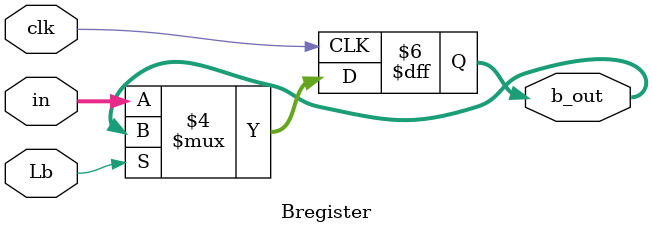
<source format=v>
`timescale 1ns/1ns
module Bregister(b_out,Lb,clk,in);
//Declare inputs and outputs
output reg[7:0] b_out;
input clk, Lb;
input [7:0]in;


always @(posedge clk) 
begin 
if(!Lb)
b_out = in;
else
 b_out = b_out;
 end
endmodule
</source>
